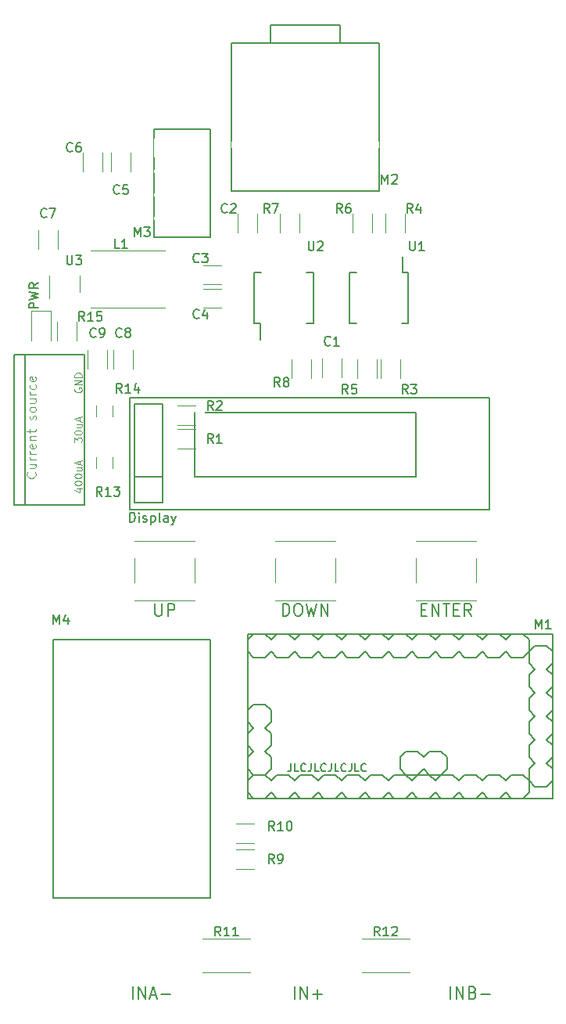
<source format=gto>
%TF.GenerationSoftware,KiCad,Pcbnew,(5.1.6)-1*%
%TF.CreationDate,2020-11-10T13:56:35+01:00*%
%TF.ProjectId,uCurrent Meter,75437572-7265-46e7-9420-4d657465722e,rev?*%
%TF.SameCoordinates,Original*%
%TF.FileFunction,Legend,Top*%
%TF.FilePolarity,Positive*%
%FSLAX46Y46*%
G04 Gerber Fmt 4.6, Leading zero omitted, Abs format (unit mm)*
G04 Created by KiCad (PCBNEW (5.1.6)-1) date 2020-11-10 13:56:35*
%MOMM*%
%LPD*%
G01*
G04 APERTURE LIST*
%ADD10C,0.160000*%
%ADD11C,0.120000*%
%ADD12C,0.150000*%
%ADD13C,0.127000*%
%ADD14C,0.200000*%
%ADD15C,2.002000*%
%ADD16C,3.102000*%
%ADD17C,1.902000*%
%ADD18C,2.540000*%
%ADD19R,2.002000X2.002000*%
%ADD20R,0.652000X1.852000*%
%ADD21R,2.802000X3.302000*%
%ADD22C,5.102000*%
%ADD23C,0.902000*%
%ADD24R,1.702000X1.102000*%
%ADD25R,1.102000X1.702000*%
%ADD26C,6.102000*%
%ADD27R,3.602000X3.912000*%
%ADD28R,2.552000X6.002000*%
%ADD29R,1.002000X1.802000*%
%ADD30R,1.802000X1.002000*%
%ADD31R,1.902000X1.602000*%
%ADD32R,1.652000X1.402000*%
%ADD33R,0.752000X1.162000*%
G04 APERTURE END LIST*
D10*
X130693809Y-123994523D02*
X130693809Y-124601666D01*
X130653333Y-124723095D01*
X130572380Y-124804047D01*
X130450952Y-124844523D01*
X130370000Y-124844523D01*
X131503333Y-124844523D02*
X131098571Y-124844523D01*
X131098571Y-123994523D01*
X132272380Y-124763571D02*
X132231904Y-124804047D01*
X132110476Y-124844523D01*
X132029523Y-124844523D01*
X131908095Y-124804047D01*
X131827142Y-124723095D01*
X131786666Y-124642142D01*
X131746190Y-124480238D01*
X131746190Y-124358809D01*
X131786666Y-124196904D01*
X131827142Y-124115952D01*
X131908095Y-124035000D01*
X132029523Y-123994523D01*
X132110476Y-123994523D01*
X132231904Y-124035000D01*
X132272380Y-124075476D01*
X132879523Y-123994523D02*
X132879523Y-124601666D01*
X132839047Y-124723095D01*
X132758095Y-124804047D01*
X132636666Y-124844523D01*
X132555714Y-124844523D01*
X133689047Y-124844523D02*
X133284285Y-124844523D01*
X133284285Y-123994523D01*
X134458095Y-124763571D02*
X134417619Y-124804047D01*
X134296190Y-124844523D01*
X134215238Y-124844523D01*
X134093809Y-124804047D01*
X134012857Y-124723095D01*
X133972380Y-124642142D01*
X133931904Y-124480238D01*
X133931904Y-124358809D01*
X133972380Y-124196904D01*
X134012857Y-124115952D01*
X134093809Y-124035000D01*
X134215238Y-123994523D01*
X134296190Y-123994523D01*
X134417619Y-124035000D01*
X134458095Y-124075476D01*
X135065238Y-123994523D02*
X135065238Y-124601666D01*
X135024761Y-124723095D01*
X134943809Y-124804047D01*
X134822380Y-124844523D01*
X134741428Y-124844523D01*
X135874761Y-124844523D02*
X135470000Y-124844523D01*
X135470000Y-123994523D01*
X136643809Y-124763571D02*
X136603333Y-124804047D01*
X136481904Y-124844523D01*
X136400952Y-124844523D01*
X136279523Y-124804047D01*
X136198571Y-124723095D01*
X136158095Y-124642142D01*
X136117619Y-124480238D01*
X136117619Y-124358809D01*
X136158095Y-124196904D01*
X136198571Y-124115952D01*
X136279523Y-124035000D01*
X136400952Y-123994523D01*
X136481904Y-123994523D01*
X136603333Y-124035000D01*
X136643809Y-124075476D01*
X137250952Y-123994523D02*
X137250952Y-124601666D01*
X137210476Y-124723095D01*
X137129523Y-124804047D01*
X137008095Y-124844523D01*
X136927142Y-124844523D01*
X138060476Y-124844523D02*
X137655714Y-124844523D01*
X137655714Y-123994523D01*
X138829523Y-124763571D02*
X138789047Y-124804047D01*
X138667619Y-124844523D01*
X138586666Y-124844523D01*
X138465238Y-124804047D01*
X138384285Y-124723095D01*
X138343809Y-124642142D01*
X138303333Y-124480238D01*
X138303333Y-124358809D01*
X138343809Y-124196904D01*
X138384285Y-124115952D01*
X138465238Y-124035000D01*
X138586666Y-123994523D01*
X138667619Y-123994523D01*
X138789047Y-124035000D01*
X138829523Y-124075476D01*
D11*
X107296000Y-83413523D02*
X107257904Y-83489714D01*
X107257904Y-83604000D01*
X107296000Y-83718285D01*
X107372190Y-83794476D01*
X107448380Y-83832571D01*
X107600761Y-83870666D01*
X107715047Y-83870666D01*
X107867428Y-83832571D01*
X107943619Y-83794476D01*
X108019809Y-83718285D01*
X108057904Y-83604000D01*
X108057904Y-83527809D01*
X108019809Y-83413523D01*
X107981714Y-83375428D01*
X107715047Y-83375428D01*
X107715047Y-83527809D01*
X108057904Y-83032571D02*
X107257904Y-83032571D01*
X108057904Y-82575428D01*
X107257904Y-82575428D01*
X108057904Y-82194476D02*
X107257904Y-82194476D01*
X107257904Y-82004000D01*
X107296000Y-81889714D01*
X107372190Y-81813523D01*
X107448380Y-81775428D01*
X107600761Y-81737333D01*
X107715047Y-81737333D01*
X107867428Y-81775428D01*
X107943619Y-81813523D01*
X108019809Y-81889714D01*
X108057904Y-82004000D01*
X108057904Y-82194476D01*
X107257904Y-89236380D02*
X107257904Y-88741142D01*
X107562666Y-89007809D01*
X107562666Y-88893523D01*
X107600761Y-88817333D01*
X107638857Y-88779238D01*
X107715047Y-88741142D01*
X107905523Y-88741142D01*
X107981714Y-88779238D01*
X108019809Y-88817333D01*
X108057904Y-88893523D01*
X108057904Y-89122095D01*
X108019809Y-89198285D01*
X107981714Y-89236380D01*
X107257904Y-88245904D02*
X107257904Y-88169714D01*
X107296000Y-88093523D01*
X107334095Y-88055428D01*
X107410285Y-88017333D01*
X107562666Y-87979238D01*
X107753142Y-87979238D01*
X107905523Y-88017333D01*
X107981714Y-88055428D01*
X108019809Y-88093523D01*
X108057904Y-88169714D01*
X108057904Y-88245904D01*
X108019809Y-88322095D01*
X107981714Y-88360190D01*
X107905523Y-88398285D01*
X107753142Y-88436380D01*
X107562666Y-88436380D01*
X107410285Y-88398285D01*
X107334095Y-88360190D01*
X107296000Y-88322095D01*
X107257904Y-88245904D01*
X107524571Y-87293523D02*
X108057904Y-87293523D01*
X107524571Y-87636380D02*
X107943619Y-87636380D01*
X108019809Y-87598285D01*
X108057904Y-87522095D01*
X108057904Y-87407809D01*
X108019809Y-87331619D01*
X107981714Y-87293523D01*
X107829333Y-86950666D02*
X107829333Y-86569714D01*
X108057904Y-87026857D02*
X107257904Y-86760190D01*
X108057904Y-86493523D01*
X107524571Y-94278285D02*
X108057904Y-94278285D01*
X107219809Y-94468761D02*
X107791238Y-94659238D01*
X107791238Y-94164000D01*
X107257904Y-93706857D02*
X107257904Y-93630666D01*
X107296000Y-93554476D01*
X107334095Y-93516380D01*
X107410285Y-93478285D01*
X107562666Y-93440190D01*
X107753142Y-93440190D01*
X107905523Y-93478285D01*
X107981714Y-93516380D01*
X108019809Y-93554476D01*
X108057904Y-93630666D01*
X108057904Y-93706857D01*
X108019809Y-93783047D01*
X107981714Y-93821142D01*
X107905523Y-93859238D01*
X107753142Y-93897333D01*
X107562666Y-93897333D01*
X107410285Y-93859238D01*
X107334095Y-93821142D01*
X107296000Y-93783047D01*
X107257904Y-93706857D01*
X107257904Y-92944952D02*
X107257904Y-92868761D01*
X107296000Y-92792571D01*
X107334095Y-92754476D01*
X107410285Y-92716380D01*
X107562666Y-92678285D01*
X107753142Y-92678285D01*
X107905523Y-92716380D01*
X107981714Y-92754476D01*
X108019809Y-92792571D01*
X108057904Y-92868761D01*
X108057904Y-92944952D01*
X108019809Y-93021142D01*
X107981714Y-93059238D01*
X107905523Y-93097333D01*
X107753142Y-93135428D01*
X107562666Y-93135428D01*
X107410285Y-93097333D01*
X107334095Y-93059238D01*
X107296000Y-93021142D01*
X107257904Y-92944952D01*
X107524571Y-91992571D02*
X108057904Y-91992571D01*
X107524571Y-92335428D02*
X107943619Y-92335428D01*
X108019809Y-92297333D01*
X108057904Y-92221142D01*
X108057904Y-92106857D01*
X108019809Y-92030666D01*
X107981714Y-91992571D01*
X107829333Y-91649714D02*
X107829333Y-91268761D01*
X108057904Y-91725904D02*
X107257904Y-91459238D01*
X108057904Y-91192571D01*
D12*
%TO.C,J1*%
X113266850Y-84455000D02*
X113266850Y-96520000D01*
X113266850Y-96520000D02*
X152192350Y-96520000D01*
X152192350Y-96520000D02*
X152192350Y-84455000D01*
X152192350Y-84455000D02*
X113266850Y-84455000D01*
X120251850Y-86042500D02*
X144254850Y-86042500D01*
X144254850Y-86042500D02*
X144254850Y-93027500D01*
X144254850Y-93027500D02*
X120251850Y-93027500D01*
X120251850Y-93027500D02*
X120251850Y-86042500D01*
X113774850Y-85153500D02*
X116822850Y-85153500D01*
X116822850Y-85153500D02*
X116822850Y-95821500D01*
X116822850Y-95821500D02*
X113774850Y-95821500D01*
X113774850Y-95821500D02*
X113774850Y-85153500D01*
X113774850Y-93027500D02*
X116822850Y-93027500D01*
%TO.C,M2*%
X140254350Y-46101000D02*
X140254350Y-62103000D01*
X140254350Y-62103000D02*
X124252350Y-62103000D01*
X124252350Y-62103000D02*
X124252350Y-46101000D01*
X124252350Y-46101000D02*
X140254350Y-46101000D01*
X136037950Y-46101000D02*
X136037950Y-44094400D01*
X136037950Y-44094400D02*
X128443350Y-44094400D01*
X128443350Y-44094400D02*
X128443350Y-46101000D01*
%TO.C,M4*%
X104902000Y-138557000D02*
X121920000Y-138557000D01*
X121920000Y-138557000D02*
X121920000Y-110617000D01*
X121920000Y-110617000D02*
X104902000Y-110617000D01*
X104902000Y-110617000D02*
X104902000Y-138557000D01*
%TO.C,U1*%
X143413000Y-70910000D02*
X142758000Y-70910000D01*
X143413000Y-76410000D02*
X142663000Y-76410000D01*
X137003000Y-76410000D02*
X137753000Y-76410000D01*
X137003000Y-70910000D02*
X137753000Y-70910000D01*
X143413000Y-70910000D02*
X143413000Y-76410000D01*
X137003000Y-70910000D02*
X137003000Y-76410000D01*
X142758000Y-70910000D02*
X142758000Y-69160000D01*
D11*
%TO.C,R12*%
X138354000Y-142960000D02*
X143554000Y-142960000D01*
X143554000Y-146600000D02*
X138354000Y-146600000D01*
%TO.C,R11*%
X121114000Y-142960000D02*
X126314000Y-142960000D01*
X126314000Y-146600000D02*
X121114000Y-146600000D01*
%TO.C,C1*%
X136148000Y-82216500D02*
X136148000Y-80216500D01*
X134108000Y-80216500D02*
X134108000Y-82216500D01*
%TO.C,C2*%
X127004000Y-66532000D02*
X127004000Y-64532000D01*
X124964000Y-64532000D02*
X124964000Y-66532000D01*
%TO.C,C3*%
X123174000Y-70100000D02*
X121174000Y-70100000D01*
X121174000Y-72140000D02*
X123174000Y-72140000D01*
%TO.C,C4*%
X121174000Y-74680000D02*
X123174000Y-74680000D01*
X123174000Y-72640000D02*
X121174000Y-72640000D01*
%TO.C,C5*%
X113288000Y-59928000D02*
X113288000Y-57928000D01*
X111248000Y-57928000D02*
X111248000Y-59928000D01*
%TO.C,C6*%
X108200000Y-57928000D02*
X108200000Y-59928000D01*
X110240000Y-59928000D02*
X110240000Y-57928000D01*
%TO.C,C7*%
X105414000Y-68310000D02*
X105414000Y-66310000D01*
X103374000Y-66310000D02*
X103374000Y-68310000D01*
%TO.C,C8*%
X111502000Y-79264000D02*
X111502000Y-81264000D01*
X113542000Y-81264000D02*
X113542000Y-79264000D01*
%TO.C,C9*%
X110748000Y-81264000D02*
X110748000Y-79264000D01*
X108708000Y-79264000D02*
X108708000Y-81264000D01*
%TO.C,D1*%
X104692000Y-75016000D02*
X102572000Y-75016000D01*
X104692000Y-78216000D02*
X104692000Y-75016000D01*
X102572000Y-75016000D02*
X102572000Y-78216000D01*
D13*
%TO.C,J5*%
X108331000Y-96012000D02*
X100711000Y-96012000D01*
X100711000Y-79756000D02*
X108331000Y-79756000D01*
X108331000Y-96012000D02*
X108331000Y-79756000D01*
X100711000Y-79756000D02*
X100711000Y-96012000D01*
X101854000Y-96012000D02*
X101854000Y-79756000D01*
D11*
%TO.C,L1*%
X117030000Y-74728000D02*
X109030000Y-74728000D01*
X117030000Y-68528000D02*
X109030000Y-68528000D01*
D13*
%TO.C,M1*%
X129159000Y-109982000D02*
X128524000Y-110617000D01*
X126619000Y-109982000D02*
X125984000Y-110617000D01*
X128524000Y-110617000D02*
X127889000Y-109982000D01*
X133604000Y-110617000D02*
X132969000Y-109982000D01*
X134239000Y-109982000D02*
X133604000Y-110617000D01*
X131699000Y-109982000D02*
X131064000Y-110617000D01*
X131064000Y-110617000D02*
X130429000Y-109982000D01*
X136144000Y-110617000D02*
X135509000Y-109982000D01*
X136779000Y-109982000D02*
X136144000Y-110617000D01*
X138684000Y-110617000D02*
X138049000Y-109982000D01*
X139319000Y-109982000D02*
X138684000Y-110617000D01*
X141859000Y-109982000D02*
X141224000Y-110617000D01*
X144399000Y-109982000D02*
X143764000Y-110617000D01*
X141224000Y-110617000D02*
X140589000Y-109982000D01*
X143764000Y-110617000D02*
X143129000Y-109982000D01*
X154559000Y-109982000D02*
X153924000Y-110617000D01*
X153924000Y-110617000D02*
X153289000Y-109982000D01*
X151384000Y-110617000D02*
X150749000Y-109982000D01*
X152019000Y-109982000D02*
X151384000Y-110617000D01*
X146939000Y-109982000D02*
X146304000Y-110617000D01*
X146304000Y-110617000D02*
X145669000Y-109982000D01*
X149479000Y-109982000D02*
X148844000Y-110617000D01*
X148844000Y-110617000D02*
X148209000Y-109982000D01*
X126619000Y-117602000D02*
X125984000Y-118237000D01*
X126619000Y-120142000D02*
X125984000Y-120777000D01*
X125984000Y-119507000D02*
X126619000Y-120142000D01*
X126619000Y-125222000D02*
X125984000Y-125857000D01*
X125984000Y-124587000D02*
X126619000Y-125222000D01*
X126619000Y-122682000D02*
X125984000Y-123317000D01*
X125984000Y-122047000D02*
X126619000Y-122682000D01*
X126619000Y-112522000D02*
X125984000Y-111887000D01*
X127889000Y-112522000D02*
X126619000Y-112522000D01*
X127889000Y-112522000D02*
X128524000Y-111887000D01*
X129159000Y-112522000D02*
X128524000Y-111887000D01*
X131699000Y-112522000D02*
X131064000Y-111887000D01*
X130429000Y-112522000D02*
X131064000Y-111887000D01*
X130429000Y-112522000D02*
X129159000Y-112522000D01*
X132969000Y-112522000D02*
X131699000Y-112522000D01*
X132969000Y-112522000D02*
X133604000Y-111887000D01*
X135509000Y-112522000D02*
X134239000Y-112522000D01*
X134239000Y-112522000D02*
X133604000Y-111887000D01*
X138049000Y-112522000D02*
X136779000Y-112522000D01*
X138049000Y-112522000D02*
X138684000Y-111887000D01*
X136779000Y-112522000D02*
X136144000Y-111887000D01*
X135509000Y-112522000D02*
X136144000Y-111887000D01*
X140589000Y-112522000D02*
X139319000Y-112522000D01*
X139319000Y-112522000D02*
X138684000Y-111887000D01*
X143129000Y-112522000D02*
X141859000Y-112522000D01*
X140589000Y-112522000D02*
X141224000Y-111887000D01*
X143129000Y-112522000D02*
X143764000Y-111887000D01*
X141859000Y-112522000D02*
X141224000Y-111887000D01*
X145669000Y-112522000D02*
X144399000Y-112522000D01*
X144399000Y-112522000D02*
X143764000Y-111887000D01*
X148209000Y-112522000D02*
X146939000Y-112522000D01*
X146939000Y-112522000D02*
X146304000Y-111887000D01*
X145669000Y-112522000D02*
X146304000Y-111887000D01*
X148209000Y-112522000D02*
X148844000Y-111887000D01*
X149479000Y-112522000D02*
X148844000Y-111887000D01*
X150749000Y-112522000D02*
X149479000Y-112522000D01*
X150749000Y-112522000D02*
X151384000Y-111887000D01*
X153289000Y-112522000D02*
X152019000Y-112522000D01*
X152019000Y-112522000D02*
X151384000Y-111887000D01*
X153289000Y-112522000D02*
X153924000Y-111887000D01*
X127889000Y-122682000D02*
X128524000Y-123317000D01*
X128524000Y-123317000D02*
X128524000Y-124587000D01*
X128524000Y-124587000D02*
X127889000Y-125222000D01*
X128524000Y-120777000D02*
X128524000Y-122047000D01*
X127889000Y-120142000D02*
X128524000Y-120777000D01*
X128524000Y-122047000D02*
X127889000Y-122682000D01*
X125984000Y-127127000D02*
X126619000Y-127762000D01*
X127889000Y-127762000D02*
X128524000Y-127127000D01*
X128524000Y-127127000D02*
X129159000Y-127762000D01*
X130429000Y-127762000D02*
X131064000Y-127127000D01*
X131064000Y-127127000D02*
X131699000Y-127762000D01*
X133604000Y-127127000D02*
X134239000Y-127762000D01*
X132969000Y-127762000D02*
X133604000Y-127127000D01*
X129159000Y-125222000D02*
X128524000Y-125857000D01*
X129159000Y-125222000D02*
X130429000Y-125222000D01*
X128524000Y-125857000D02*
X127889000Y-125222000D01*
X131699000Y-125222000D02*
X131064000Y-125857000D01*
X131064000Y-125857000D02*
X130429000Y-125222000D01*
X126619000Y-125222000D02*
X127889000Y-125222000D01*
X131699000Y-125222000D02*
X132969000Y-125222000D01*
X133604000Y-125857000D02*
X132969000Y-125222000D01*
X134239000Y-125222000D02*
X133604000Y-125857000D01*
X136144000Y-125857000D02*
X135509000Y-125222000D01*
X134239000Y-125222000D02*
X135509000Y-125222000D01*
X136779000Y-125222000D02*
X136144000Y-125857000D01*
X138684000Y-125857000D02*
X138049000Y-125222000D01*
X136779000Y-125222000D02*
X138049000Y-125222000D01*
X139319000Y-125222000D02*
X138684000Y-125857000D01*
X139319000Y-125222000D02*
X140589000Y-125222000D01*
X141224000Y-125857000D02*
X140589000Y-125222000D01*
X141859000Y-125222000D02*
X141224000Y-125857000D01*
X145669000Y-122682000D02*
X145034000Y-123317000D01*
X145034000Y-123317000D02*
X144399000Y-122682000D01*
X146304000Y-125857000D02*
X145669000Y-125222000D01*
X146939000Y-125222000D02*
X146304000Y-125857000D01*
X144399000Y-125222000D02*
X145034000Y-124587000D01*
X145034000Y-124587000D02*
X145669000Y-125222000D01*
X136144000Y-127127000D02*
X136779000Y-127762000D01*
X135509000Y-127762000D02*
X136144000Y-127127000D01*
X138049000Y-127762000D02*
X138684000Y-127127000D01*
X138684000Y-127127000D02*
X139319000Y-127762000D01*
X140589000Y-127762000D02*
X141224000Y-127127000D01*
X141224000Y-127127000D02*
X141859000Y-127762000D01*
X143764000Y-127127000D02*
X144399000Y-127762000D01*
X143129000Y-127762000D02*
X143764000Y-127127000D01*
X146304000Y-127127000D02*
X146939000Y-127762000D01*
X145669000Y-127762000D02*
X146304000Y-127127000D01*
X148844000Y-127127000D02*
X149479000Y-127762000D01*
X148209000Y-127762000D02*
X148844000Y-127127000D01*
X151384000Y-127127000D02*
X152019000Y-127762000D01*
X150749000Y-127762000D02*
X151384000Y-127127000D01*
X148844000Y-125857000D02*
X148209000Y-125222000D01*
X150749000Y-125222000D02*
X149479000Y-125222000D01*
X149479000Y-125222000D02*
X148844000Y-125857000D01*
X151384000Y-125857000D02*
X150749000Y-125222000D01*
X153289000Y-125222000D02*
X152019000Y-125222000D01*
X152019000Y-125222000D02*
X151384000Y-125857000D01*
X153924000Y-125857000D02*
X153289000Y-125222000D01*
X154559000Y-112522000D02*
X153924000Y-111887000D01*
X155829000Y-112522000D02*
X154559000Y-112522000D01*
X125984000Y-109982000D02*
X125984000Y-127762000D01*
X159004000Y-127762000D02*
X159004000Y-109982000D01*
X159004000Y-109982000D02*
X125984000Y-109982000D01*
X125984000Y-127762000D02*
X159004000Y-127762000D01*
X155829000Y-109982000D02*
X156464000Y-110617000D01*
X128524000Y-119507000D02*
X127889000Y-120142000D01*
X128524000Y-118237000D02*
X128524000Y-119507000D01*
X127889000Y-117602000D02*
X128524000Y-118237000D01*
X126619000Y-117602000D02*
X127889000Y-117602000D01*
X147574000Y-123317000D02*
X147574000Y-124587000D01*
X146939000Y-122682000D02*
X147574000Y-123317000D01*
X145669000Y-122682000D02*
X146939000Y-122682000D01*
X143129000Y-122682000D02*
X144399000Y-122682000D01*
X142494000Y-123317000D02*
X143129000Y-122682000D01*
X142494000Y-124587000D02*
X142494000Y-123317000D01*
X143129000Y-125222000D02*
X142494000Y-124587000D01*
X147574000Y-124587000D02*
X146939000Y-125222000D01*
X156464000Y-125857000D02*
X157099000Y-126492000D01*
X156464000Y-124587000D02*
X156464000Y-125857000D01*
X157099000Y-123952000D02*
X156464000Y-124587000D01*
X156464000Y-123317000D02*
X157099000Y-123952000D01*
X156464000Y-122047000D02*
X156464000Y-123317000D01*
X157099000Y-121412000D02*
X156464000Y-122047000D01*
X156464000Y-120777000D02*
X157099000Y-121412000D01*
X156464000Y-119507000D02*
X156464000Y-120777000D01*
X157099000Y-118872000D02*
X156464000Y-119507000D01*
X156464000Y-118237000D02*
X157099000Y-118872000D01*
X156464000Y-116967000D02*
X156464000Y-118237000D01*
X157099000Y-116332000D02*
X156464000Y-116967000D01*
X156464000Y-115697000D02*
X157099000Y-116332000D01*
X156464000Y-114427000D02*
X156464000Y-115697000D01*
X157099000Y-113792000D02*
X156464000Y-114427000D01*
X156464000Y-113157000D02*
X157099000Y-113792000D01*
X156464000Y-111887000D02*
X156464000Y-113157000D01*
X157099000Y-111252000D02*
X156464000Y-111887000D01*
X158369000Y-111252000D02*
X157099000Y-111252000D01*
X159004000Y-111887000D02*
X158369000Y-111252000D01*
X158369000Y-113792000D02*
X159004000Y-113157000D01*
X159004000Y-114427000D02*
X158369000Y-113792000D01*
X158369000Y-116332000D02*
X159004000Y-115697000D01*
X159004000Y-116967000D02*
X158369000Y-116332000D01*
X158369000Y-118872000D02*
X159004000Y-118237000D01*
X159004000Y-119507000D02*
X158369000Y-118872000D01*
X158369000Y-121412000D02*
X159004000Y-120777000D01*
X159004000Y-122047000D02*
X158369000Y-121412000D01*
X158369000Y-123952000D02*
X159004000Y-123317000D01*
X159004000Y-124587000D02*
X158369000Y-123952000D01*
X158369000Y-126492000D02*
X159004000Y-125857000D01*
X157099000Y-126492000D02*
X158369000Y-126492000D01*
X156464000Y-111887000D02*
X156464000Y-110617000D01*
X155829000Y-112522000D02*
X156464000Y-111887000D01*
X143764000Y-125857000D02*
X143129000Y-125222000D01*
X144399000Y-125222000D02*
X143764000Y-125857000D01*
X148209000Y-125222000D02*
X141859000Y-125222000D01*
X154559000Y-125222000D02*
X153924000Y-125857000D01*
X155829000Y-125222000D02*
X154559000Y-125222000D01*
X156464000Y-125857000D02*
X155829000Y-125222000D01*
X156464000Y-127127000D02*
X156464000Y-125857000D01*
X155829000Y-127762000D02*
X156464000Y-127127000D01*
X153924000Y-127127000D02*
X154559000Y-127762000D01*
X153289000Y-127762000D02*
X153924000Y-127127000D01*
D12*
%TO.C,M3*%
X115824000Y-55372000D02*
X121920000Y-55372000D01*
X115824000Y-67056000D02*
X115824000Y-55372000D01*
X121920000Y-67056000D02*
X115824000Y-67056000D01*
X121920000Y-55372000D02*
X121920000Y-67056000D01*
D11*
%TO.C,R1*%
X118380000Y-87830000D02*
X120380000Y-87830000D01*
X120380000Y-89970000D02*
X118380000Y-89970000D01*
%TO.C,R2*%
X120380000Y-87430001D02*
X118380000Y-87430001D01*
X118380000Y-85290001D02*
X120380000Y-85290001D01*
%TO.C,R3*%
X142548000Y-80280000D02*
X142548000Y-82280000D01*
X140408000Y-82280000D02*
X140408000Y-80280000D01*
%TO.C,R4*%
X140916000Y-66532000D02*
X140916000Y-64532000D01*
X143056000Y-64532000D02*
X143056000Y-66532000D01*
%TO.C,R5*%
X140008000Y-80280000D02*
X140008000Y-82280000D01*
X137868000Y-82280000D02*
X137868000Y-80280000D01*
%TO.C,R6*%
X139500000Y-64532000D02*
X139500000Y-66532000D01*
X137360000Y-66532000D02*
X137360000Y-64532000D01*
%TO.C,R7*%
X129486000Y-66532000D02*
X129486000Y-64532000D01*
X131626000Y-64532000D02*
X131626000Y-66532000D01*
%TO.C,R8*%
X132896000Y-80280000D02*
X132896000Y-82280000D01*
X130756000Y-82280000D02*
X130756000Y-80280000D01*
%TO.C,R9*%
X126730000Y-135436000D02*
X124730000Y-135436000D01*
X124730000Y-133296000D02*
X126730000Y-133296000D01*
%TO.C,R10*%
X126730000Y-132642000D02*
X124730000Y-132642000D01*
X124730000Y-130502000D02*
X126730000Y-130502000D01*
%TO.C,R13*%
X111340000Y-90840000D02*
X111340000Y-92040000D01*
X109640000Y-92040000D02*
X109640000Y-90840000D01*
%TO.C,R14*%
X109640000Y-86452000D02*
X109640000Y-85252000D01*
X111340000Y-85252000D02*
X111340000Y-86452000D01*
%TO.C,R15*%
X107496000Y-76216000D02*
X107496000Y-78216000D01*
X105356000Y-78216000D02*
X105356000Y-76216000D01*
%TO.C,SW1*%
X150723350Y-99894000D02*
X150723350Y-99924000D01*
X150723350Y-106354000D02*
X150723350Y-106324000D01*
X144263350Y-106354000D02*
X144263350Y-106324000D01*
X144263350Y-99924000D02*
X144263350Y-99894000D01*
X150723350Y-101824000D02*
X150723350Y-104424000D01*
X144263350Y-99894000D02*
X150723350Y-99894000D01*
X144263350Y-101824000D02*
X144263350Y-104424000D01*
X144263350Y-106354000D02*
X150723350Y-106354000D01*
%TO.C,SW2*%
X129023350Y-106354000D02*
X135483350Y-106354000D01*
X129023350Y-101824000D02*
X129023350Y-104424000D01*
X129023350Y-99894000D02*
X135483350Y-99894000D01*
X135483350Y-101824000D02*
X135483350Y-104424000D01*
X129023350Y-99924000D02*
X129023350Y-99894000D01*
X129023350Y-106354000D02*
X129023350Y-106324000D01*
X135483350Y-106354000D02*
X135483350Y-106324000D01*
X135483350Y-99894000D02*
X135483350Y-99924000D01*
%TO.C,SW3*%
X120243350Y-99894000D02*
X120243350Y-99924000D01*
X120243350Y-106354000D02*
X120243350Y-106324000D01*
X113783350Y-106354000D02*
X113783350Y-106324000D01*
X113783350Y-99924000D02*
X113783350Y-99894000D01*
X120243350Y-101824000D02*
X120243350Y-104424000D01*
X113783350Y-99894000D02*
X120243350Y-99894000D01*
X113783350Y-101824000D02*
X113783350Y-104424000D01*
X113783350Y-106354000D02*
X120243350Y-106354000D01*
D12*
%TO.C,U2*%
X127371000Y-76410000D02*
X127371000Y-78160000D01*
X133126000Y-76410000D02*
X133126000Y-70910000D01*
X126716000Y-76410000D02*
X126716000Y-70910000D01*
X133126000Y-76410000D02*
X132376000Y-76410000D01*
X133126000Y-70910000D02*
X132376000Y-70910000D01*
X126716000Y-70910000D02*
X127466000Y-70910000D01*
X126716000Y-76410000D02*
X127371000Y-76410000D01*
D11*
%TO.C,U3*%
X107782000Y-73036000D02*
X107782000Y-71236000D01*
X104562000Y-71236000D02*
X104562000Y-73686000D01*
%TO.C,J1*%
D12*
X113244619Y-97861380D02*
X113244619Y-96861380D01*
X113482714Y-96861380D01*
X113625571Y-96909000D01*
X113720809Y-97004238D01*
X113768428Y-97099476D01*
X113816047Y-97289952D01*
X113816047Y-97432809D01*
X113768428Y-97623285D01*
X113720809Y-97718523D01*
X113625571Y-97813761D01*
X113482714Y-97861380D01*
X113244619Y-97861380D01*
X114244619Y-97861380D02*
X114244619Y-97194714D01*
X114244619Y-96861380D02*
X114197000Y-96909000D01*
X114244619Y-96956619D01*
X114292238Y-96909000D01*
X114244619Y-96861380D01*
X114244619Y-96956619D01*
X114673190Y-97813761D02*
X114768428Y-97861380D01*
X114958904Y-97861380D01*
X115054142Y-97813761D01*
X115101761Y-97718523D01*
X115101761Y-97670904D01*
X115054142Y-97575666D01*
X114958904Y-97528047D01*
X114816047Y-97528047D01*
X114720809Y-97480428D01*
X114673190Y-97385190D01*
X114673190Y-97337571D01*
X114720809Y-97242333D01*
X114816047Y-97194714D01*
X114958904Y-97194714D01*
X115054142Y-97242333D01*
X115530333Y-97194714D02*
X115530333Y-98194714D01*
X115530333Y-97242333D02*
X115625571Y-97194714D01*
X115816047Y-97194714D01*
X115911285Y-97242333D01*
X115958904Y-97289952D01*
X116006523Y-97385190D01*
X116006523Y-97670904D01*
X115958904Y-97766142D01*
X115911285Y-97813761D01*
X115816047Y-97861380D01*
X115625571Y-97861380D01*
X115530333Y-97813761D01*
X116577952Y-97861380D02*
X116482714Y-97813761D01*
X116435095Y-97718523D01*
X116435095Y-96861380D01*
X117387476Y-97861380D02*
X117387476Y-97337571D01*
X117339857Y-97242333D01*
X117244619Y-97194714D01*
X117054142Y-97194714D01*
X116958904Y-97242333D01*
X117387476Y-97813761D02*
X117292238Y-97861380D01*
X117054142Y-97861380D01*
X116958904Y-97813761D01*
X116911285Y-97718523D01*
X116911285Y-97623285D01*
X116958904Y-97528047D01*
X117054142Y-97480428D01*
X117292238Y-97480428D01*
X117387476Y-97432809D01*
X117768428Y-97194714D02*
X118006523Y-97861380D01*
X118244619Y-97194714D02*
X118006523Y-97861380D01*
X117911285Y-98099476D01*
X117863666Y-98147095D01*
X117768428Y-98194714D01*
%TO.C,M2*%
X140541476Y-61285380D02*
X140541476Y-60285380D01*
X140874809Y-60999666D01*
X141208142Y-60285380D01*
X141208142Y-61285380D01*
X141636714Y-60380619D02*
X141684333Y-60333000D01*
X141779571Y-60285380D01*
X142017666Y-60285380D01*
X142112904Y-60333000D01*
X142160523Y-60380619D01*
X142208142Y-60475857D01*
X142208142Y-60571095D01*
X142160523Y-60713952D01*
X141589095Y-61285380D01*
X142208142Y-61285380D01*
%TO.C,*%
%TO.C,M4*%
X104981476Y-108910380D02*
X104981476Y-107910380D01*
X105314809Y-108624666D01*
X105648142Y-107910380D01*
X105648142Y-108910380D01*
X106552904Y-108243714D02*
X106552904Y-108910380D01*
X106314809Y-107862761D02*
X106076714Y-108577047D01*
X106695761Y-108577047D01*
%TO.C,U1*%
X143576095Y-67524380D02*
X143576095Y-68333904D01*
X143623714Y-68429142D01*
X143671333Y-68476761D01*
X143766571Y-68524380D01*
X143957047Y-68524380D01*
X144052285Y-68476761D01*
X144099904Y-68429142D01*
X144147523Y-68333904D01*
X144147523Y-67524380D01*
X145147523Y-68524380D02*
X144576095Y-68524380D01*
X144861809Y-68524380D02*
X144861809Y-67524380D01*
X144766571Y-67667238D01*
X144671333Y-67762476D01*
X144576095Y-67810095D01*
%TO.C,R12*%
X140311142Y-142632380D02*
X139977809Y-142156190D01*
X139739714Y-142632380D02*
X139739714Y-141632380D01*
X140120666Y-141632380D01*
X140215904Y-141680000D01*
X140263523Y-141727619D01*
X140311142Y-141822857D01*
X140311142Y-141965714D01*
X140263523Y-142060952D01*
X140215904Y-142108571D01*
X140120666Y-142156190D01*
X139739714Y-142156190D01*
X141263523Y-142632380D02*
X140692095Y-142632380D01*
X140977809Y-142632380D02*
X140977809Y-141632380D01*
X140882571Y-141775238D01*
X140787333Y-141870476D01*
X140692095Y-141918095D01*
X141644476Y-141727619D02*
X141692095Y-141680000D01*
X141787333Y-141632380D01*
X142025428Y-141632380D01*
X142120666Y-141680000D01*
X142168285Y-141727619D01*
X142215904Y-141822857D01*
X142215904Y-141918095D01*
X142168285Y-142060952D01*
X141596857Y-142632380D01*
X142215904Y-142632380D01*
%TO.C,R11*%
X123071142Y-142632380D02*
X122737809Y-142156190D01*
X122499714Y-142632380D02*
X122499714Y-141632380D01*
X122880666Y-141632380D01*
X122975904Y-141680000D01*
X123023523Y-141727619D01*
X123071142Y-141822857D01*
X123071142Y-141965714D01*
X123023523Y-142060952D01*
X122975904Y-142108571D01*
X122880666Y-142156190D01*
X122499714Y-142156190D01*
X124023523Y-142632380D02*
X123452095Y-142632380D01*
X123737809Y-142632380D02*
X123737809Y-141632380D01*
X123642571Y-141775238D01*
X123547333Y-141870476D01*
X123452095Y-141918095D01*
X124975904Y-142632380D02*
X124404476Y-142632380D01*
X124690190Y-142632380D02*
X124690190Y-141632380D01*
X124594952Y-141775238D01*
X124499714Y-141870476D01*
X124404476Y-141918095D01*
%TO.C,C1*%
X134961333Y-78716142D02*
X134913714Y-78763761D01*
X134770857Y-78811380D01*
X134675619Y-78811380D01*
X134532761Y-78763761D01*
X134437523Y-78668523D01*
X134389904Y-78573285D01*
X134342285Y-78382809D01*
X134342285Y-78239952D01*
X134389904Y-78049476D01*
X134437523Y-77954238D01*
X134532761Y-77859000D01*
X134675619Y-77811380D01*
X134770857Y-77811380D01*
X134913714Y-77859000D01*
X134961333Y-77906619D01*
X135913714Y-78811380D02*
X135342285Y-78811380D01*
X135628000Y-78811380D02*
X135628000Y-77811380D01*
X135532761Y-77954238D01*
X135437523Y-78049476D01*
X135342285Y-78097095D01*
%TO.C,C2*%
X123785333Y-64365142D02*
X123737714Y-64412761D01*
X123594857Y-64460380D01*
X123499619Y-64460380D01*
X123356761Y-64412761D01*
X123261523Y-64317523D01*
X123213904Y-64222285D01*
X123166285Y-64031809D01*
X123166285Y-63888952D01*
X123213904Y-63698476D01*
X123261523Y-63603238D01*
X123356761Y-63508000D01*
X123499619Y-63460380D01*
X123594857Y-63460380D01*
X123737714Y-63508000D01*
X123785333Y-63555619D01*
X124166285Y-63555619D02*
X124213904Y-63508000D01*
X124309142Y-63460380D01*
X124547238Y-63460380D01*
X124642476Y-63508000D01*
X124690095Y-63555619D01*
X124737714Y-63650857D01*
X124737714Y-63746095D01*
X124690095Y-63888952D01*
X124118666Y-64460380D01*
X124737714Y-64460380D01*
%TO.C,C3*%
X120737333Y-69727142D02*
X120689714Y-69774761D01*
X120546857Y-69822380D01*
X120451619Y-69822380D01*
X120308761Y-69774761D01*
X120213523Y-69679523D01*
X120165904Y-69584285D01*
X120118285Y-69393809D01*
X120118285Y-69250952D01*
X120165904Y-69060476D01*
X120213523Y-68965238D01*
X120308761Y-68870000D01*
X120451619Y-68822380D01*
X120546857Y-68822380D01*
X120689714Y-68870000D01*
X120737333Y-68917619D01*
X121070666Y-68822380D02*
X121689714Y-68822380D01*
X121356380Y-69203333D01*
X121499238Y-69203333D01*
X121594476Y-69250952D01*
X121642095Y-69298571D01*
X121689714Y-69393809D01*
X121689714Y-69631904D01*
X121642095Y-69727142D01*
X121594476Y-69774761D01*
X121499238Y-69822380D01*
X121213523Y-69822380D01*
X121118285Y-69774761D01*
X121070666Y-69727142D01*
%TO.C,C4*%
X120737333Y-75795142D02*
X120689714Y-75842761D01*
X120546857Y-75890380D01*
X120451619Y-75890380D01*
X120308761Y-75842761D01*
X120213523Y-75747523D01*
X120165904Y-75652285D01*
X120118285Y-75461809D01*
X120118285Y-75318952D01*
X120165904Y-75128476D01*
X120213523Y-75033238D01*
X120308761Y-74938000D01*
X120451619Y-74890380D01*
X120546857Y-74890380D01*
X120689714Y-74938000D01*
X120737333Y-74985619D01*
X121594476Y-75223714D02*
X121594476Y-75890380D01*
X121356380Y-74842761D02*
X121118285Y-75557047D01*
X121737333Y-75557047D01*
%TO.C,C5*%
X112101333Y-62333142D02*
X112053714Y-62380761D01*
X111910857Y-62428380D01*
X111815619Y-62428380D01*
X111672761Y-62380761D01*
X111577523Y-62285523D01*
X111529904Y-62190285D01*
X111482285Y-61999809D01*
X111482285Y-61856952D01*
X111529904Y-61666476D01*
X111577523Y-61571238D01*
X111672761Y-61476000D01*
X111815619Y-61428380D01*
X111910857Y-61428380D01*
X112053714Y-61476000D01*
X112101333Y-61523619D01*
X113006095Y-61428380D02*
X112529904Y-61428380D01*
X112482285Y-61904571D01*
X112529904Y-61856952D01*
X112625142Y-61809333D01*
X112863238Y-61809333D01*
X112958476Y-61856952D01*
X113006095Y-61904571D01*
X113053714Y-61999809D01*
X113053714Y-62237904D01*
X113006095Y-62333142D01*
X112958476Y-62380761D01*
X112863238Y-62428380D01*
X112625142Y-62428380D01*
X112529904Y-62380761D01*
X112482285Y-62333142D01*
%TO.C,C6*%
X107021333Y-57761142D02*
X106973714Y-57808761D01*
X106830857Y-57856380D01*
X106735619Y-57856380D01*
X106592761Y-57808761D01*
X106497523Y-57713523D01*
X106449904Y-57618285D01*
X106402285Y-57427809D01*
X106402285Y-57284952D01*
X106449904Y-57094476D01*
X106497523Y-56999238D01*
X106592761Y-56904000D01*
X106735619Y-56856380D01*
X106830857Y-56856380D01*
X106973714Y-56904000D01*
X107021333Y-56951619D01*
X107878476Y-56856380D02*
X107688000Y-56856380D01*
X107592761Y-56904000D01*
X107545142Y-56951619D01*
X107449904Y-57094476D01*
X107402285Y-57284952D01*
X107402285Y-57665904D01*
X107449904Y-57761142D01*
X107497523Y-57808761D01*
X107592761Y-57856380D01*
X107783238Y-57856380D01*
X107878476Y-57808761D01*
X107926095Y-57761142D01*
X107973714Y-57665904D01*
X107973714Y-57427809D01*
X107926095Y-57332571D01*
X107878476Y-57284952D01*
X107783238Y-57237333D01*
X107592761Y-57237333D01*
X107497523Y-57284952D01*
X107449904Y-57332571D01*
X107402285Y-57427809D01*
%TO.C,C7*%
X104227333Y-64873142D02*
X104179714Y-64920761D01*
X104036857Y-64968380D01*
X103941619Y-64968380D01*
X103798761Y-64920761D01*
X103703523Y-64825523D01*
X103655904Y-64730285D01*
X103608285Y-64539809D01*
X103608285Y-64396952D01*
X103655904Y-64206476D01*
X103703523Y-64111238D01*
X103798761Y-64016000D01*
X103941619Y-63968380D01*
X104036857Y-63968380D01*
X104179714Y-64016000D01*
X104227333Y-64063619D01*
X104560666Y-63968380D02*
X105227333Y-63968380D01*
X104798761Y-64968380D01*
%TO.C,C8*%
X112355333Y-77827142D02*
X112307714Y-77874761D01*
X112164857Y-77922380D01*
X112069619Y-77922380D01*
X111926761Y-77874761D01*
X111831523Y-77779523D01*
X111783904Y-77684285D01*
X111736285Y-77493809D01*
X111736285Y-77350952D01*
X111783904Y-77160476D01*
X111831523Y-77065238D01*
X111926761Y-76970000D01*
X112069619Y-76922380D01*
X112164857Y-76922380D01*
X112307714Y-76970000D01*
X112355333Y-77017619D01*
X112926761Y-77350952D02*
X112831523Y-77303333D01*
X112783904Y-77255714D01*
X112736285Y-77160476D01*
X112736285Y-77112857D01*
X112783904Y-77017619D01*
X112831523Y-76970000D01*
X112926761Y-76922380D01*
X113117238Y-76922380D01*
X113212476Y-76970000D01*
X113260095Y-77017619D01*
X113307714Y-77112857D01*
X113307714Y-77160476D01*
X113260095Y-77255714D01*
X113212476Y-77303333D01*
X113117238Y-77350952D01*
X112926761Y-77350952D01*
X112831523Y-77398571D01*
X112783904Y-77446190D01*
X112736285Y-77541428D01*
X112736285Y-77731904D01*
X112783904Y-77827142D01*
X112831523Y-77874761D01*
X112926761Y-77922380D01*
X113117238Y-77922380D01*
X113212476Y-77874761D01*
X113260095Y-77827142D01*
X113307714Y-77731904D01*
X113307714Y-77541428D01*
X113260095Y-77446190D01*
X113212476Y-77398571D01*
X113117238Y-77350952D01*
%TO.C,C9*%
X109561333Y-77827142D02*
X109513714Y-77874761D01*
X109370857Y-77922380D01*
X109275619Y-77922380D01*
X109132761Y-77874761D01*
X109037523Y-77779523D01*
X108989904Y-77684285D01*
X108942285Y-77493809D01*
X108942285Y-77350952D01*
X108989904Y-77160476D01*
X109037523Y-77065238D01*
X109132761Y-76970000D01*
X109275619Y-76922380D01*
X109370857Y-76922380D01*
X109513714Y-76970000D01*
X109561333Y-77017619D01*
X110037523Y-77922380D02*
X110228000Y-77922380D01*
X110323238Y-77874761D01*
X110370857Y-77827142D01*
X110466095Y-77684285D01*
X110513714Y-77493809D01*
X110513714Y-77112857D01*
X110466095Y-77017619D01*
X110418476Y-76970000D01*
X110323238Y-76922380D01*
X110132761Y-76922380D01*
X110037523Y-76970000D01*
X109989904Y-77017619D01*
X109942285Y-77112857D01*
X109942285Y-77350952D01*
X109989904Y-77446190D01*
X110037523Y-77493809D01*
X110132761Y-77541428D01*
X110323238Y-77541428D01*
X110418476Y-77493809D01*
X110466095Y-77446190D01*
X110513714Y-77350952D01*
%TO.C,D1*%
X103322380Y-74739333D02*
X102322380Y-74739333D01*
X102322380Y-74358380D01*
X102370000Y-74263142D01*
X102417619Y-74215523D01*
X102512857Y-74167904D01*
X102655714Y-74167904D01*
X102750952Y-74215523D01*
X102798571Y-74263142D01*
X102846190Y-74358380D01*
X102846190Y-74739333D01*
X102322380Y-73834571D02*
X103322380Y-73596476D01*
X102608095Y-73406000D01*
X103322380Y-73215523D01*
X102322380Y-72977428D01*
X103322380Y-72025047D02*
X102846190Y-72358380D01*
X103322380Y-72596476D02*
X102322380Y-72596476D01*
X102322380Y-72215523D01*
X102370000Y-72120285D01*
X102417619Y-72072666D01*
X102512857Y-72025047D01*
X102655714Y-72025047D01*
X102750952Y-72072666D01*
X102798571Y-72120285D01*
X102846190Y-72215523D01*
X102846190Y-72596476D01*
%TO.C,J2*%
D14*
X113559142Y-149432095D02*
X113559142Y-148132095D01*
X114178190Y-149432095D02*
X114178190Y-148132095D01*
X114921047Y-149432095D01*
X114921047Y-148132095D01*
X115478190Y-149060666D02*
X116097238Y-149060666D01*
X115354380Y-149432095D02*
X115787714Y-148132095D01*
X116221047Y-149432095D01*
X116654380Y-148936857D02*
X117644857Y-148936857D01*
%TO.C,J3*%
X131102285Y-149432095D02*
X131102285Y-148132095D01*
X131721333Y-149432095D02*
X131721333Y-148132095D01*
X132464190Y-149432095D01*
X132464190Y-148132095D01*
X133083238Y-148936857D02*
X134073714Y-148936857D01*
X133578476Y-149432095D02*
X133578476Y-148441619D01*
%TO.C,J4*%
X147978285Y-149432095D02*
X147978285Y-148132095D01*
X148597333Y-149432095D02*
X148597333Y-148132095D01*
X149340190Y-149432095D01*
X149340190Y-148132095D01*
X150392571Y-148751142D02*
X150578285Y-148813047D01*
X150640190Y-148874952D01*
X150702095Y-148998761D01*
X150702095Y-149184476D01*
X150640190Y-149308285D01*
X150578285Y-149370190D01*
X150454476Y-149432095D01*
X149959238Y-149432095D01*
X149959238Y-148132095D01*
X150392571Y-148132095D01*
X150516380Y-148194000D01*
X150578285Y-148255904D01*
X150640190Y-148379714D01*
X150640190Y-148503523D01*
X150578285Y-148627333D01*
X150516380Y-148689238D01*
X150392571Y-148751142D01*
X149959238Y-148751142D01*
X151259238Y-148936857D02*
X152249714Y-148936857D01*
%TO.C,J5*%
D11*
X102978857Y-92492285D02*
X103027238Y-92540666D01*
X103075619Y-92685809D01*
X103075619Y-92782571D01*
X103027238Y-92927714D01*
X102930476Y-93024476D01*
X102833714Y-93072857D01*
X102640190Y-93121238D01*
X102495047Y-93121238D01*
X102301523Y-93072857D01*
X102204761Y-93024476D01*
X102108000Y-92927714D01*
X102059619Y-92782571D01*
X102059619Y-92685809D01*
X102108000Y-92540666D01*
X102156380Y-92492285D01*
X102398285Y-91621428D02*
X103075619Y-91621428D01*
X102398285Y-92056857D02*
X102930476Y-92056857D01*
X103027238Y-92008476D01*
X103075619Y-91911714D01*
X103075619Y-91766571D01*
X103027238Y-91669809D01*
X102978857Y-91621428D01*
X103075619Y-91137619D02*
X102398285Y-91137619D01*
X102591809Y-91137619D02*
X102495047Y-91089238D01*
X102446666Y-91040857D01*
X102398285Y-90944095D01*
X102398285Y-90847333D01*
X103075619Y-90508666D02*
X102398285Y-90508666D01*
X102591809Y-90508666D02*
X102495047Y-90460285D01*
X102446666Y-90411904D01*
X102398285Y-90315142D01*
X102398285Y-90218380D01*
X103027238Y-89492666D02*
X103075619Y-89589428D01*
X103075619Y-89782952D01*
X103027238Y-89879714D01*
X102930476Y-89928095D01*
X102543428Y-89928095D01*
X102446666Y-89879714D01*
X102398285Y-89782952D01*
X102398285Y-89589428D01*
X102446666Y-89492666D01*
X102543428Y-89444285D01*
X102640190Y-89444285D01*
X102736952Y-89928095D01*
X102398285Y-89008857D02*
X103075619Y-89008857D01*
X102495047Y-89008857D02*
X102446666Y-88960476D01*
X102398285Y-88863714D01*
X102398285Y-88718571D01*
X102446666Y-88621809D01*
X102543428Y-88573428D01*
X103075619Y-88573428D01*
X102398285Y-88234761D02*
X102398285Y-87847714D01*
X102059619Y-88089619D02*
X102930476Y-88089619D01*
X103027238Y-88041238D01*
X103075619Y-87944476D01*
X103075619Y-87847714D01*
X103027238Y-86783333D02*
X103075619Y-86686571D01*
X103075619Y-86493047D01*
X103027238Y-86396285D01*
X102930476Y-86347904D01*
X102882095Y-86347904D01*
X102785333Y-86396285D01*
X102736952Y-86493047D01*
X102736952Y-86638190D01*
X102688571Y-86734952D01*
X102591809Y-86783333D01*
X102543428Y-86783333D01*
X102446666Y-86734952D01*
X102398285Y-86638190D01*
X102398285Y-86493047D01*
X102446666Y-86396285D01*
X103075619Y-85767333D02*
X103027238Y-85864095D01*
X102978857Y-85912476D01*
X102882095Y-85960857D01*
X102591809Y-85960857D01*
X102495047Y-85912476D01*
X102446666Y-85864095D01*
X102398285Y-85767333D01*
X102398285Y-85622190D01*
X102446666Y-85525428D01*
X102495047Y-85477047D01*
X102591809Y-85428666D01*
X102882095Y-85428666D01*
X102978857Y-85477047D01*
X103027238Y-85525428D01*
X103075619Y-85622190D01*
X103075619Y-85767333D01*
X102398285Y-84557809D02*
X103075619Y-84557809D01*
X102398285Y-84993238D02*
X102930476Y-84993238D01*
X103027238Y-84944857D01*
X103075619Y-84848095D01*
X103075619Y-84702952D01*
X103027238Y-84606190D01*
X102978857Y-84557809D01*
X103075619Y-84074000D02*
X102398285Y-84074000D01*
X102591809Y-84074000D02*
X102495047Y-84025619D01*
X102446666Y-83977238D01*
X102398285Y-83880476D01*
X102398285Y-83783714D01*
X103027238Y-83009619D02*
X103075619Y-83106380D01*
X103075619Y-83299904D01*
X103027238Y-83396666D01*
X102978857Y-83445047D01*
X102882095Y-83493428D01*
X102591809Y-83493428D01*
X102495047Y-83445047D01*
X102446666Y-83396666D01*
X102398285Y-83299904D01*
X102398285Y-83106380D01*
X102446666Y-83009619D01*
X103027238Y-82187142D02*
X103075619Y-82283904D01*
X103075619Y-82477428D01*
X103027238Y-82574190D01*
X102930476Y-82622571D01*
X102543428Y-82622571D01*
X102446666Y-82574190D01*
X102398285Y-82477428D01*
X102398285Y-82283904D01*
X102446666Y-82187142D01*
X102543428Y-82138761D01*
X102640190Y-82138761D01*
X102736952Y-82622571D01*
%TO.C,L1*%
D12*
X112101333Y-68270380D02*
X111625142Y-68270380D01*
X111625142Y-67270380D01*
X112958476Y-68270380D02*
X112387047Y-68270380D01*
X112672761Y-68270380D02*
X112672761Y-67270380D01*
X112577523Y-67413238D01*
X112482285Y-67508476D01*
X112387047Y-67556095D01*
%TO.C,M1*%
X157178476Y-109418380D02*
X157178476Y-108418380D01*
X157511809Y-109132666D01*
X157845142Y-108418380D01*
X157845142Y-109418380D01*
X158845142Y-109418380D02*
X158273714Y-109418380D01*
X158559428Y-109418380D02*
X158559428Y-108418380D01*
X158464190Y-108561238D01*
X158368952Y-108656476D01*
X158273714Y-108704095D01*
%TO.C,M3*%
X113744476Y-67000380D02*
X113744476Y-66000380D01*
X114077809Y-66714666D01*
X114411142Y-66000380D01*
X114411142Y-67000380D01*
X114792095Y-66000380D02*
X115411142Y-66000380D01*
X115077809Y-66381333D01*
X115220666Y-66381333D01*
X115315904Y-66428952D01*
X115363523Y-66476571D01*
X115411142Y-66571809D01*
X115411142Y-66809904D01*
X115363523Y-66905142D01*
X115315904Y-66952761D01*
X115220666Y-67000380D01*
X114934952Y-67000380D01*
X114839714Y-66952761D01*
X114792095Y-66905142D01*
%TO.C,R1*%
X122261333Y-89352380D02*
X121928000Y-88876190D01*
X121689904Y-89352380D02*
X121689904Y-88352380D01*
X122070857Y-88352380D01*
X122166095Y-88400000D01*
X122213714Y-88447619D01*
X122261333Y-88542857D01*
X122261333Y-88685714D01*
X122213714Y-88780952D01*
X122166095Y-88828571D01*
X122070857Y-88876190D01*
X121689904Y-88876190D01*
X123213714Y-89352380D02*
X122642285Y-89352380D01*
X122928000Y-89352380D02*
X122928000Y-88352380D01*
X122832761Y-88495238D01*
X122737523Y-88590476D01*
X122642285Y-88638095D01*
%TO.C,R2*%
X122261333Y-85796380D02*
X121928000Y-85320190D01*
X121689904Y-85796380D02*
X121689904Y-84796380D01*
X122070857Y-84796380D01*
X122166095Y-84844000D01*
X122213714Y-84891619D01*
X122261333Y-84986857D01*
X122261333Y-85129714D01*
X122213714Y-85224952D01*
X122166095Y-85272571D01*
X122070857Y-85320190D01*
X121689904Y-85320190D01*
X122642285Y-84891619D02*
X122689904Y-84844000D01*
X122785142Y-84796380D01*
X123023238Y-84796380D01*
X123118476Y-84844000D01*
X123166095Y-84891619D01*
X123213714Y-84986857D01*
X123213714Y-85082095D01*
X123166095Y-85224952D01*
X122594666Y-85796380D01*
X123213714Y-85796380D01*
%TO.C,R3*%
X143343333Y-84018380D02*
X143010000Y-83542190D01*
X142771904Y-84018380D02*
X142771904Y-83018380D01*
X143152857Y-83018380D01*
X143248095Y-83066000D01*
X143295714Y-83113619D01*
X143343333Y-83208857D01*
X143343333Y-83351714D01*
X143295714Y-83446952D01*
X143248095Y-83494571D01*
X143152857Y-83542190D01*
X142771904Y-83542190D01*
X143676666Y-83018380D02*
X144295714Y-83018380D01*
X143962380Y-83399333D01*
X144105238Y-83399333D01*
X144200476Y-83446952D01*
X144248095Y-83494571D01*
X144295714Y-83589809D01*
X144295714Y-83827904D01*
X144248095Y-83923142D01*
X144200476Y-83970761D01*
X144105238Y-84018380D01*
X143819523Y-84018380D01*
X143724285Y-83970761D01*
X143676666Y-83923142D01*
%TO.C,R4*%
X143851333Y-64460380D02*
X143518000Y-63984190D01*
X143279904Y-64460380D02*
X143279904Y-63460380D01*
X143660857Y-63460380D01*
X143756095Y-63508000D01*
X143803714Y-63555619D01*
X143851333Y-63650857D01*
X143851333Y-63793714D01*
X143803714Y-63888952D01*
X143756095Y-63936571D01*
X143660857Y-63984190D01*
X143279904Y-63984190D01*
X144708476Y-63793714D02*
X144708476Y-64460380D01*
X144470380Y-63412761D02*
X144232285Y-64127047D01*
X144851333Y-64127047D01*
%TO.C,R5*%
X136866333Y-84018380D02*
X136533000Y-83542190D01*
X136294904Y-84018380D02*
X136294904Y-83018380D01*
X136675857Y-83018380D01*
X136771095Y-83066000D01*
X136818714Y-83113619D01*
X136866333Y-83208857D01*
X136866333Y-83351714D01*
X136818714Y-83446952D01*
X136771095Y-83494571D01*
X136675857Y-83542190D01*
X136294904Y-83542190D01*
X137771095Y-83018380D02*
X137294904Y-83018380D01*
X137247285Y-83494571D01*
X137294904Y-83446952D01*
X137390142Y-83399333D01*
X137628238Y-83399333D01*
X137723476Y-83446952D01*
X137771095Y-83494571D01*
X137818714Y-83589809D01*
X137818714Y-83827904D01*
X137771095Y-83923142D01*
X137723476Y-83970761D01*
X137628238Y-84018380D01*
X137390142Y-84018380D01*
X137294904Y-83970761D01*
X137247285Y-83923142D01*
%TO.C,R6*%
X136231333Y-64460380D02*
X135898000Y-63984190D01*
X135659904Y-64460380D02*
X135659904Y-63460380D01*
X136040857Y-63460380D01*
X136136095Y-63508000D01*
X136183714Y-63555619D01*
X136231333Y-63650857D01*
X136231333Y-63793714D01*
X136183714Y-63888952D01*
X136136095Y-63936571D01*
X136040857Y-63984190D01*
X135659904Y-63984190D01*
X137088476Y-63460380D02*
X136898000Y-63460380D01*
X136802761Y-63508000D01*
X136755142Y-63555619D01*
X136659904Y-63698476D01*
X136612285Y-63888952D01*
X136612285Y-64269904D01*
X136659904Y-64365142D01*
X136707523Y-64412761D01*
X136802761Y-64460380D01*
X136993238Y-64460380D01*
X137088476Y-64412761D01*
X137136095Y-64365142D01*
X137183714Y-64269904D01*
X137183714Y-64031809D01*
X137136095Y-63936571D01*
X137088476Y-63888952D01*
X136993238Y-63841333D01*
X136802761Y-63841333D01*
X136707523Y-63888952D01*
X136659904Y-63936571D01*
X136612285Y-64031809D01*
%TO.C,R7*%
X128357333Y-64460380D02*
X128024000Y-63984190D01*
X127785904Y-64460380D02*
X127785904Y-63460380D01*
X128166857Y-63460380D01*
X128262095Y-63508000D01*
X128309714Y-63555619D01*
X128357333Y-63650857D01*
X128357333Y-63793714D01*
X128309714Y-63888952D01*
X128262095Y-63936571D01*
X128166857Y-63984190D01*
X127785904Y-63984190D01*
X128690666Y-63460380D02*
X129357333Y-63460380D01*
X128928761Y-64460380D01*
%TO.C,R8*%
X129500333Y-83256380D02*
X129167000Y-82780190D01*
X128928904Y-83256380D02*
X128928904Y-82256380D01*
X129309857Y-82256380D01*
X129405095Y-82304000D01*
X129452714Y-82351619D01*
X129500333Y-82446857D01*
X129500333Y-82589714D01*
X129452714Y-82684952D01*
X129405095Y-82732571D01*
X129309857Y-82780190D01*
X128928904Y-82780190D01*
X130071761Y-82684952D02*
X129976523Y-82637333D01*
X129928904Y-82589714D01*
X129881285Y-82494476D01*
X129881285Y-82446857D01*
X129928904Y-82351619D01*
X129976523Y-82304000D01*
X130071761Y-82256380D01*
X130262238Y-82256380D01*
X130357476Y-82304000D01*
X130405095Y-82351619D01*
X130452714Y-82446857D01*
X130452714Y-82494476D01*
X130405095Y-82589714D01*
X130357476Y-82637333D01*
X130262238Y-82684952D01*
X130071761Y-82684952D01*
X129976523Y-82732571D01*
X129928904Y-82780190D01*
X129881285Y-82875428D01*
X129881285Y-83065904D01*
X129928904Y-83161142D01*
X129976523Y-83208761D01*
X130071761Y-83256380D01*
X130262238Y-83256380D01*
X130357476Y-83208761D01*
X130405095Y-83161142D01*
X130452714Y-83065904D01*
X130452714Y-82875428D01*
X130405095Y-82780190D01*
X130357476Y-82732571D01*
X130262238Y-82684952D01*
%TO.C,R9*%
X128865333Y-134818380D02*
X128532000Y-134342190D01*
X128293904Y-134818380D02*
X128293904Y-133818380D01*
X128674857Y-133818380D01*
X128770095Y-133866000D01*
X128817714Y-133913619D01*
X128865333Y-134008857D01*
X128865333Y-134151714D01*
X128817714Y-134246952D01*
X128770095Y-134294571D01*
X128674857Y-134342190D01*
X128293904Y-134342190D01*
X129341523Y-134818380D02*
X129532000Y-134818380D01*
X129627238Y-134770761D01*
X129674857Y-134723142D01*
X129770095Y-134580285D01*
X129817714Y-134389809D01*
X129817714Y-134008857D01*
X129770095Y-133913619D01*
X129722476Y-133866000D01*
X129627238Y-133818380D01*
X129436761Y-133818380D01*
X129341523Y-133866000D01*
X129293904Y-133913619D01*
X129246285Y-134008857D01*
X129246285Y-134246952D01*
X129293904Y-134342190D01*
X129341523Y-134389809D01*
X129436761Y-134437428D01*
X129627238Y-134437428D01*
X129722476Y-134389809D01*
X129770095Y-134342190D01*
X129817714Y-134246952D01*
%TO.C,R10*%
X128897142Y-131262380D02*
X128563809Y-130786190D01*
X128325714Y-131262380D02*
X128325714Y-130262380D01*
X128706666Y-130262380D01*
X128801904Y-130310000D01*
X128849523Y-130357619D01*
X128897142Y-130452857D01*
X128897142Y-130595714D01*
X128849523Y-130690952D01*
X128801904Y-130738571D01*
X128706666Y-130786190D01*
X128325714Y-130786190D01*
X129849523Y-131262380D02*
X129278095Y-131262380D01*
X129563809Y-131262380D02*
X129563809Y-130262380D01*
X129468571Y-130405238D01*
X129373333Y-130500476D01*
X129278095Y-130548095D01*
X130468571Y-130262380D02*
X130563809Y-130262380D01*
X130659047Y-130310000D01*
X130706666Y-130357619D01*
X130754285Y-130452857D01*
X130801904Y-130643333D01*
X130801904Y-130881428D01*
X130754285Y-131071904D01*
X130706666Y-131167142D01*
X130659047Y-131214761D01*
X130563809Y-131262380D01*
X130468571Y-131262380D01*
X130373333Y-131214761D01*
X130325714Y-131167142D01*
X130278095Y-131071904D01*
X130230476Y-130881428D01*
X130230476Y-130643333D01*
X130278095Y-130452857D01*
X130325714Y-130357619D01*
X130373333Y-130310000D01*
X130468571Y-130262380D01*
%TO.C,R13*%
X110228142Y-95067380D02*
X109894809Y-94591190D01*
X109656714Y-95067380D02*
X109656714Y-94067380D01*
X110037666Y-94067380D01*
X110132904Y-94115000D01*
X110180523Y-94162619D01*
X110228142Y-94257857D01*
X110228142Y-94400714D01*
X110180523Y-94495952D01*
X110132904Y-94543571D01*
X110037666Y-94591190D01*
X109656714Y-94591190D01*
X111180523Y-95067380D02*
X110609095Y-95067380D01*
X110894809Y-95067380D02*
X110894809Y-94067380D01*
X110799571Y-94210238D01*
X110704333Y-94305476D01*
X110609095Y-94353095D01*
X111513857Y-94067380D02*
X112132904Y-94067380D01*
X111799571Y-94448333D01*
X111942428Y-94448333D01*
X112037666Y-94495952D01*
X112085285Y-94543571D01*
X112132904Y-94638809D01*
X112132904Y-94876904D01*
X112085285Y-94972142D01*
X112037666Y-95019761D01*
X111942428Y-95067380D01*
X111656714Y-95067380D01*
X111561476Y-95019761D01*
X111513857Y-94972142D01*
%TO.C,R14*%
X112387142Y-83891380D02*
X112053809Y-83415190D01*
X111815714Y-83891380D02*
X111815714Y-82891380D01*
X112196666Y-82891380D01*
X112291904Y-82939000D01*
X112339523Y-82986619D01*
X112387142Y-83081857D01*
X112387142Y-83224714D01*
X112339523Y-83319952D01*
X112291904Y-83367571D01*
X112196666Y-83415190D01*
X111815714Y-83415190D01*
X113339523Y-83891380D02*
X112768095Y-83891380D01*
X113053809Y-83891380D02*
X113053809Y-82891380D01*
X112958571Y-83034238D01*
X112863333Y-83129476D01*
X112768095Y-83177095D01*
X114196666Y-83224714D02*
X114196666Y-83891380D01*
X113958571Y-82843761D02*
X113720476Y-83558047D01*
X114339523Y-83558047D01*
%TO.C,R15*%
X108323142Y-76144380D02*
X107989809Y-75668190D01*
X107751714Y-76144380D02*
X107751714Y-75144380D01*
X108132666Y-75144380D01*
X108227904Y-75192000D01*
X108275523Y-75239619D01*
X108323142Y-75334857D01*
X108323142Y-75477714D01*
X108275523Y-75572952D01*
X108227904Y-75620571D01*
X108132666Y-75668190D01*
X107751714Y-75668190D01*
X109275523Y-76144380D02*
X108704095Y-76144380D01*
X108989809Y-76144380D02*
X108989809Y-75144380D01*
X108894571Y-75287238D01*
X108799333Y-75382476D01*
X108704095Y-75430095D01*
X110180285Y-75144380D02*
X109704095Y-75144380D01*
X109656476Y-75620571D01*
X109704095Y-75572952D01*
X109799333Y-75525333D01*
X110037428Y-75525333D01*
X110132666Y-75572952D01*
X110180285Y-75620571D01*
X110227904Y-75715809D01*
X110227904Y-75953904D01*
X110180285Y-76049142D01*
X110132666Y-76096761D01*
X110037428Y-76144380D01*
X109799333Y-76144380D01*
X109704095Y-76096761D01*
X109656476Y-76049142D01*
%TO.C,SW1*%
D14*
X144800492Y-107349142D02*
X145233826Y-107349142D01*
X145419540Y-108030095D02*
X144800492Y-108030095D01*
X144800492Y-106730095D01*
X145419540Y-106730095D01*
X145976683Y-108030095D02*
X145976683Y-106730095D01*
X146719540Y-108030095D01*
X146719540Y-106730095D01*
X147152873Y-106730095D02*
X147895730Y-106730095D01*
X147524302Y-108030095D02*
X147524302Y-106730095D01*
X148329064Y-107349142D02*
X148762397Y-107349142D01*
X148948111Y-108030095D02*
X148329064Y-108030095D01*
X148329064Y-106730095D01*
X148948111Y-106730095D01*
X150248111Y-108030095D02*
X149814778Y-107411047D01*
X149505254Y-108030095D02*
X149505254Y-106730095D01*
X150000492Y-106730095D01*
X150124302Y-106792000D01*
X150186207Y-106853904D01*
X150248111Y-106977714D01*
X150248111Y-107163428D01*
X150186207Y-107287238D01*
X150124302Y-107349142D01*
X150000492Y-107411047D01*
X149505254Y-107411047D01*
%TO.C,SW2*%
X129808111Y-108030095D02*
X129808111Y-106730095D01*
X130117635Y-106730095D01*
X130303350Y-106792000D01*
X130427159Y-106915809D01*
X130489064Y-107039619D01*
X130550969Y-107287238D01*
X130550969Y-107472952D01*
X130489064Y-107720571D01*
X130427159Y-107844380D01*
X130303350Y-107968190D01*
X130117635Y-108030095D01*
X129808111Y-108030095D01*
X131355730Y-106730095D02*
X131603350Y-106730095D01*
X131727159Y-106792000D01*
X131850969Y-106915809D01*
X131912873Y-107163428D01*
X131912873Y-107596761D01*
X131850969Y-107844380D01*
X131727159Y-107968190D01*
X131603350Y-108030095D01*
X131355730Y-108030095D01*
X131231921Y-107968190D01*
X131108111Y-107844380D01*
X131046207Y-107596761D01*
X131046207Y-107163428D01*
X131108111Y-106915809D01*
X131231921Y-106792000D01*
X131355730Y-106730095D01*
X132346207Y-106730095D02*
X132655730Y-108030095D01*
X132903350Y-107101523D01*
X133150969Y-108030095D01*
X133460492Y-106730095D01*
X133955730Y-108030095D02*
X133955730Y-106730095D01*
X134698588Y-108030095D01*
X134698588Y-106730095D01*
%TO.C,SW3*%
X115991921Y-106730095D02*
X115991921Y-107782476D01*
X116053826Y-107906285D01*
X116115730Y-107968190D01*
X116239540Y-108030095D01*
X116487159Y-108030095D01*
X116610969Y-107968190D01*
X116672873Y-107906285D01*
X116734778Y-107782476D01*
X116734778Y-106730095D01*
X117353826Y-108030095D02*
X117353826Y-106730095D01*
X117849064Y-106730095D01*
X117972873Y-106792000D01*
X118034778Y-106853904D01*
X118096683Y-106977714D01*
X118096683Y-107163428D01*
X118034778Y-107287238D01*
X117972873Y-107349142D01*
X117849064Y-107411047D01*
X117353826Y-107411047D01*
%TO.C,U2*%
D12*
X132588095Y-67524380D02*
X132588095Y-68333904D01*
X132635714Y-68429142D01*
X132683333Y-68476761D01*
X132778571Y-68524380D01*
X132969047Y-68524380D01*
X133064285Y-68476761D01*
X133111904Y-68429142D01*
X133159523Y-68333904D01*
X133159523Y-67524380D01*
X133588095Y-67619619D02*
X133635714Y-67572000D01*
X133730952Y-67524380D01*
X133969047Y-67524380D01*
X134064285Y-67572000D01*
X134111904Y-67619619D01*
X134159523Y-67714857D01*
X134159523Y-67810095D01*
X134111904Y-67952952D01*
X133540476Y-68524380D01*
X134159523Y-68524380D01*
%TO.C,U3*%
X106426095Y-69048380D02*
X106426095Y-69857904D01*
X106473714Y-69953142D01*
X106521333Y-70000761D01*
X106616571Y-70048380D01*
X106807047Y-70048380D01*
X106902285Y-70000761D01*
X106949904Y-69953142D01*
X106997523Y-69857904D01*
X106997523Y-69048380D01*
X107378476Y-69048380D02*
X107997523Y-69048380D01*
X107664190Y-69429333D01*
X107807047Y-69429333D01*
X107902285Y-69476952D01*
X107949904Y-69524571D01*
X107997523Y-69619809D01*
X107997523Y-69857904D01*
X107949904Y-69953142D01*
X107902285Y-70000761D01*
X107807047Y-70048380D01*
X107521333Y-70048380D01*
X107426095Y-70000761D01*
X107378476Y-69953142D01*
%TD*%
%LPC*%
D15*
%TO.C,J1*%
X115298850Y-86677500D03*
X115298850Y-89217500D03*
X115298850Y-91757500D03*
G36*
G01*
X114297850Y-94798000D02*
X114297850Y-93797000D01*
G75*
G02*
X114798350Y-93296500I500500J0D01*
G01*
X115799350Y-93296500D01*
G75*
G02*
X116299850Y-93797000I0J-500500D01*
G01*
X116299850Y-94798000D01*
G75*
G02*
X115799350Y-95298500I-500500J0D01*
G01*
X114798350Y-95298500D01*
G75*
G02*
X114297850Y-94798000I0J500500D01*
G01*
G37*
%TD*%
D16*
%TO.C,M2*%
X125754350Y-57101000D03*
X138754350Y-57101000D03*
D17*
X125903350Y-60706000D03*
X128443350Y-60706000D03*
X130983350Y-60706000D03*
X133523350Y-60706000D03*
X136063350Y-60706000D03*
G36*
G01*
X138127850Y-59755000D02*
X139078850Y-59755000D01*
G75*
G02*
X139554350Y-60230500I0J-475500D01*
G01*
X139554350Y-61181500D01*
G75*
G02*
X139078850Y-61657000I-475500J0D01*
G01*
X138127850Y-61657000D01*
G75*
G02*
X137652350Y-61181500I0J475500D01*
G01*
X137652350Y-60230500D01*
G75*
G02*
X138127850Y-59755000I475500J0D01*
G01*
G37*
%TD*%
D18*
%TO.C,*%
X106045000Y-144780000D03*
%TD*%
%TO.C,*%
X158115000Y-144780000D03*
%TD*%
%TO.C,*%
X149860000Y-58420000D03*
%TD*%
D19*
%TO.C,M4*%
X109347000Y-111887000D03*
D15*
X111887000Y-111887000D03*
X114427000Y-111887000D03*
X116967000Y-111887000D03*
X119507000Y-137287000D03*
X116967000Y-137287000D03*
X114427000Y-137287000D03*
X111887000Y-137287000D03*
X109347000Y-137287000D03*
D19*
X106807000Y-137287000D03*
%TD*%
D20*
%TO.C,U1*%
X142113000Y-77360000D03*
X140843000Y-77360000D03*
X139573000Y-77360000D03*
X138303000Y-77360000D03*
X138303000Y-69960000D03*
X139573000Y-69960000D03*
X140843000Y-69960000D03*
X142113000Y-69960000D03*
%TD*%
D21*
%TO.C,R12*%
X137004000Y-144780000D03*
X144904000Y-144780000D03*
%TD*%
%TO.C,R11*%
X119764000Y-144780000D03*
X127664000Y-144780000D03*
%TD*%
D22*
%TO.C,REF\u002A\u002A*%
X155880000Y-149250000D03*
D23*
X157755000Y-149250000D03*
X157205825Y-150575825D03*
X155880000Y-151125000D03*
X154554175Y-150575825D03*
X154005000Y-149250000D03*
X154554175Y-147924175D03*
X155880000Y-147375000D03*
X157205825Y-147924175D03*
%TD*%
%TO.C,REF\u002A\u002A*%
X157205825Y-63624175D03*
X155880000Y-63075000D03*
X154554175Y-63624175D03*
X154005000Y-64950000D03*
X154554175Y-66275825D03*
X155880000Y-66825000D03*
X157205825Y-66275825D03*
X157755000Y-64950000D03*
D22*
X155880000Y-64950000D03*
%TD*%
D23*
%TO.C,REF\u002A\u002A*%
X110155825Y-147924175D03*
X108830000Y-147375000D03*
X107504175Y-147924175D03*
X106955000Y-149250000D03*
X107504175Y-150575825D03*
X108830000Y-151125000D03*
X110155825Y-150575825D03*
X110705000Y-149250000D03*
D22*
X108830000Y-149250000D03*
%TD*%
%TO.C,REF\u002A\u002A*%
X108830000Y-64950000D03*
D23*
X110705000Y-64950000D03*
X110155825Y-66275825D03*
X108830000Y-66825000D03*
X107504175Y-66275825D03*
X106955000Y-64950000D03*
X107504175Y-63624175D03*
X108830000Y-63075000D03*
X110155825Y-63624175D03*
%TD*%
D24*
%TO.C,C1*%
X135128000Y-82716500D03*
X135128000Y-79716500D03*
%TD*%
%TO.C,C2*%
X125984000Y-67032000D03*
X125984000Y-64032000D03*
%TD*%
D25*
%TO.C,C3*%
X123674000Y-71120000D03*
X120674000Y-71120000D03*
%TD*%
%TO.C,C4*%
X120674000Y-73660000D03*
X123674000Y-73660000D03*
%TD*%
D24*
%TO.C,C5*%
X112268000Y-60428000D03*
X112268000Y-57428000D03*
%TD*%
%TO.C,C6*%
X109220000Y-57428000D03*
X109220000Y-60428000D03*
%TD*%
%TO.C,C7*%
X104394000Y-68810000D03*
X104394000Y-65810000D03*
%TD*%
%TO.C,C8*%
X112522000Y-78764000D03*
X112522000Y-81764000D03*
%TD*%
%TO.C,C9*%
X109728000Y-81764000D03*
X109728000Y-78764000D03*
%TD*%
%TO.C,D1*%
X103632000Y-78716000D03*
X103632000Y-75716000D03*
%TD*%
D26*
%TO.C,J2*%
X115013350Y-144780000D03*
%TD*%
%TO.C,J3*%
X132253350Y-144780000D03*
%TD*%
%TO.C,J4*%
X149493350Y-144780000D03*
%TD*%
D27*
%TO.C,J5*%
X105200000Y-92964000D03*
G36*
G01*
X106100500Y-89840000D02*
X104299500Y-89840000D01*
G75*
G02*
X103399000Y-88939500I0J900500D01*
G01*
X103399000Y-86828500D01*
G75*
G02*
X104299500Y-85928000I900500J0D01*
G01*
X106100500Y-85928000D01*
G75*
G02*
X107001000Y-86828500I0J-900500D01*
G01*
X107001000Y-88939500D01*
G75*
G02*
X106100500Y-89840000I-900500J0D01*
G01*
G37*
G36*
G01*
X106100500Y-84760000D02*
X104299500Y-84760000D01*
G75*
G02*
X103399000Y-83859500I0J900500D01*
G01*
X103399000Y-81748500D01*
G75*
G02*
X104299500Y-80848000I900500J0D01*
G01*
X106100500Y-80848000D01*
G75*
G02*
X107001000Y-81748500I0J-900500D01*
G01*
X107001000Y-83859500D01*
G75*
G02*
X106100500Y-84760000I-900500J0D01*
G01*
G37*
%TD*%
D28*
%TO.C,L1*%
X110255000Y-71628000D03*
X115805000Y-71628000D03*
%TD*%
D15*
%TO.C,M1*%
X157734000Y-125222000D03*
X157734000Y-122682000D03*
X157734000Y-120142000D03*
X157734000Y-117602000D03*
X157734000Y-115062000D03*
X157734000Y-112522000D03*
X143764000Y-123952000D03*
X146304000Y-123952000D03*
X127254000Y-118872000D03*
X127254000Y-121412000D03*
X127254000Y-123952000D03*
X155194000Y-126492000D03*
X152654000Y-126492000D03*
X150114000Y-126492000D03*
X147574000Y-126492000D03*
X145034000Y-126492000D03*
X142494000Y-126492000D03*
X139954000Y-126492000D03*
X137414000Y-126492000D03*
X134874000Y-126492000D03*
X132334000Y-126492000D03*
X129794000Y-126492000D03*
G36*
G01*
X128255000Y-125991500D02*
X128255000Y-126992500D01*
G75*
G02*
X127754500Y-127493000I-500500J0D01*
G01*
X126753500Y-127493000D01*
G75*
G02*
X126253000Y-126992500I0J500500D01*
G01*
X126253000Y-125991500D01*
G75*
G02*
X126753500Y-125491000I500500J0D01*
G01*
X127754500Y-125491000D01*
G75*
G02*
X128255000Y-125991500I0J-500500D01*
G01*
G37*
X127254000Y-111252000D03*
X129794000Y-111252000D03*
X132334000Y-111252000D03*
X134874000Y-111252000D03*
X137414000Y-111252000D03*
X139954000Y-111252000D03*
X142494000Y-111252000D03*
X145034000Y-111252000D03*
X147574000Y-111252000D03*
X150114000Y-111252000D03*
X152654000Y-111252000D03*
X155194000Y-111252000D03*
%TD*%
D19*
%TO.C,M3*%
X116840000Y-57404000D03*
D15*
X116840000Y-59944000D03*
X116840000Y-62484000D03*
X116840000Y-65024000D03*
%TD*%
D29*
%TO.C,R1*%
X117930000Y-88900000D03*
X120830000Y-88900000D03*
%TD*%
%TO.C,R2*%
X120830000Y-86360001D03*
X117930000Y-86360001D03*
%TD*%
D30*
%TO.C,R3*%
X141478000Y-79830000D03*
X141478000Y-82730000D03*
%TD*%
%TO.C,R4*%
X141986000Y-66982000D03*
X141986000Y-64082000D03*
%TD*%
%TO.C,R5*%
X138938000Y-79830000D03*
X138938000Y-82730000D03*
%TD*%
%TO.C,R6*%
X138430000Y-64082000D03*
X138430000Y-66982000D03*
%TD*%
%TO.C,R7*%
X130556000Y-66982000D03*
X130556000Y-64082000D03*
%TD*%
%TO.C,R8*%
X131826000Y-79830000D03*
X131826000Y-82730000D03*
%TD*%
D29*
%TO.C,R9*%
X127180000Y-134366000D03*
X124280000Y-134366000D03*
%TD*%
%TO.C,R10*%
X127180000Y-131572000D03*
X124280000Y-131572000D03*
%TD*%
D31*
%TO.C,R13*%
X110490000Y-89940000D03*
X110490000Y-92940000D03*
%TD*%
%TO.C,R14*%
X110490000Y-87352000D03*
X110490000Y-84352000D03*
%TD*%
D30*
%TO.C,R15*%
X106426000Y-75766000D03*
X106426000Y-78666000D03*
%TD*%
D32*
%TO.C,SW1*%
X151473350Y-105374000D03*
X151473350Y-100874000D03*
X143513350Y-100874000D03*
X143513350Y-105374000D03*
%TD*%
%TO.C,SW2*%
X128273350Y-105374000D03*
X128273350Y-100874000D03*
X136233350Y-100874000D03*
X136233350Y-105374000D03*
%TD*%
%TO.C,SW3*%
X120993350Y-105374000D03*
X120993350Y-100874000D03*
X113033350Y-100874000D03*
X113033350Y-105374000D03*
%TD*%
D20*
%TO.C,U2*%
X128016000Y-77360000D03*
X129286000Y-77360000D03*
X130556000Y-77360000D03*
X131826000Y-77360000D03*
X131826000Y-69960000D03*
X130556000Y-69960000D03*
X129286000Y-69960000D03*
X128016000Y-69960000D03*
%TD*%
D33*
%TO.C,U3*%
X106172000Y-71036000D03*
X105222000Y-71036000D03*
X107122000Y-71036000D03*
X107122000Y-73236000D03*
X106172000Y-73236000D03*
X105222000Y-73236000D03*
%TD*%
M02*

</source>
